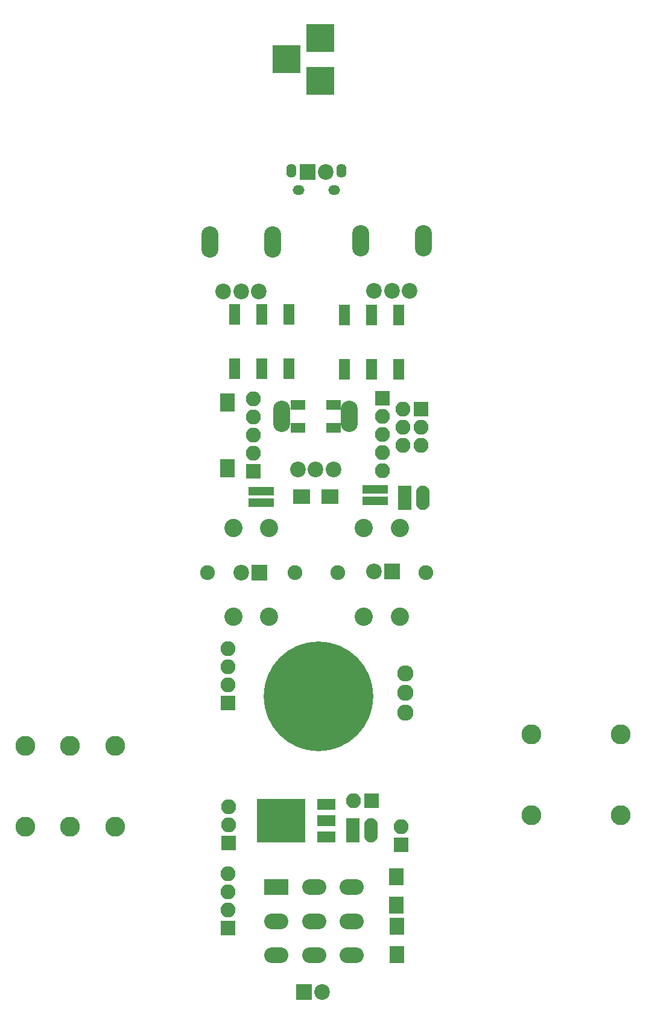
<source format=gbr>
G04 #@! TF.FileFunction,Soldermask,Top*
%FSLAX46Y46*%
G04 Gerber Fmt 4.6, Leading zero omitted, Abs format (unit mm)*
G04 Created by KiCad (PCBNEW 4.0.7-e0-6372~58~ubuntu16.04.1) date Sun Jul 15 17:02:29 2018*
%MOMM*%
%LPD*%
G01*
G04 APERTURE LIST*
%ADD10C,0.100000*%
%ADD11R,2.100000X2.100000*%
%ADD12O,2.100000X2.100000*%
%ADD13R,3.900000X3.900000*%
%ADD14C,2.797760*%
%ADD15C,15.400000*%
%ADD16C,2.559000*%
%ADD17C,2.076400*%
%ADD18R,3.600000X1.200000*%
%ADD19R,2.200000X2.200000*%
%ADD20C,2.200000*%
%ADD21R,2.000000X2.580000*%
%ADD22R,2.600000X1.600000*%
%ADD23R,6.800000X6.200000*%
%ADD24O,1.650000X1.350000*%
%ADD25O,1.400000X1.950000*%
%ADD26R,2.100000X2.400000*%
%ADD27R,1.598880X2.899360*%
%ADD28R,3.400000X2.200000*%
%ADD29O,3.400000X2.200000*%
%ADD30R,1.910000X3.410000*%
%ADD31O,1.910000X3.410000*%
%ADD32C,2.279600*%
%ADD33O,2.400000X4.400000*%
%ADD34R,2.000000X1.400000*%
%ADD35R,2.400000X2.100000*%
G04 APERTURE END LIST*
D10*
D11*
X84074000Y-136093200D03*
D12*
X84074000Y-133553200D03*
D13*
X72682100Y-28936200D03*
X72682100Y-22936200D03*
X67982100Y-25936200D03*
D14*
X114927380Y-120672860D03*
X114927380Y-131970780D03*
X102326440Y-120672860D03*
X102326440Y-131970780D03*
X37625020Y-133581140D03*
X37625020Y-122283220D03*
X31325820Y-133581140D03*
X31325820Y-122283220D03*
X43926760Y-133581140D03*
X43926760Y-122283220D03*
D11*
X79921100Y-129933700D03*
D12*
X77381100Y-129933700D03*
D11*
X86895000Y-75035700D03*
D12*
X84355000Y-75035700D03*
X86895000Y-77575700D03*
X84355000Y-77575700D03*
X86895000Y-80115700D03*
X84355000Y-80115700D03*
D15*
X72445000Y-115285700D03*
D11*
X59778900Y-147828000D03*
D12*
X59778900Y-145288000D03*
X59778900Y-142748000D03*
X59778900Y-140208000D03*
D11*
X59778900Y-116248000D03*
D12*
X59778900Y-113708000D03*
X59778900Y-111168000D03*
X59778900Y-108628000D03*
D16*
X60492640Y-104165400D03*
X60492640Y-91668600D03*
X65491360Y-104165400D03*
X65491360Y-91668600D03*
D17*
X56852820Y-97932240D03*
X69184520Y-97932240D03*
D16*
X78860640Y-104165400D03*
X78860640Y-91668600D03*
X83859360Y-104165400D03*
X83859360Y-91668600D03*
D17*
X75220820Y-97932240D03*
X87552520Y-97932240D03*
D18*
X64414400Y-86550700D03*
X64414400Y-88150700D03*
D19*
X64135000Y-97929700D03*
D20*
X61595000Y-97929700D03*
D19*
X82804000Y-97802700D03*
D20*
X80264000Y-97802700D03*
D21*
X59695000Y-74085700D03*
X59695000Y-83265700D03*
D19*
X70904100Y-41719500D03*
D20*
X73444100Y-41719500D03*
D22*
X73545700Y-135013700D03*
X73545700Y-132733700D03*
X73545700Y-130453700D03*
D23*
X67245700Y-132733700D03*
D24*
X69685000Y-44255700D03*
X74685000Y-44255700D03*
D25*
X68685000Y-41555700D03*
X75685000Y-41555700D03*
D26*
X83426300Y-140627600D03*
X83426300Y-144627600D03*
X83489800Y-151549100D03*
X83489800Y-147549100D03*
D11*
X81455000Y-73455700D03*
D12*
X81455000Y-75995700D03*
X81455000Y-78535700D03*
X81455000Y-81075700D03*
X81455000Y-83615700D03*
D11*
X63295000Y-83685700D03*
D12*
X63295000Y-81145700D03*
X63295000Y-78605700D03*
X63295000Y-76065700D03*
X63295000Y-73525700D03*
D19*
X70408800Y-156756100D03*
D20*
X72948800Y-156756100D03*
D27*
X60706000Y-61688700D03*
X64516000Y-61688700D03*
X68326000Y-61688700D03*
X64516000Y-69308700D03*
X60706000Y-69308700D03*
X68326000Y-69308700D03*
X83693000Y-69435700D03*
X79883000Y-69435700D03*
X76073000Y-69435700D03*
X79883000Y-61815700D03*
X83693000Y-61815700D03*
X76073000Y-61815700D03*
D28*
X66566560Y-142049580D03*
D29*
X66566560Y-146847640D03*
X66566560Y-151645700D03*
X71865000Y-142049580D03*
X71865000Y-146847640D03*
X71865000Y-151645700D03*
X77163440Y-142049580D03*
X77163440Y-146847640D03*
X77163440Y-151645700D03*
D11*
X59867800Y-135890000D03*
D12*
X59867800Y-133350000D03*
X59867800Y-130810000D03*
D30*
X77266800Y-134124700D03*
D31*
X79806800Y-134124700D03*
D30*
X84543900Y-87414100D03*
D31*
X87083900Y-87414100D03*
D18*
X80467200Y-86296500D03*
X80467200Y-87896500D03*
D32*
X84683600Y-112115600D03*
X84683600Y-114833400D03*
X84683600Y-117551200D03*
D20*
X80276700Y-58369200D03*
X82776700Y-58369200D03*
X85276700Y-58369200D03*
D33*
X78376700Y-51369200D03*
X87176700Y-51369200D03*
D20*
X69572300Y-83496800D03*
X72072300Y-83496800D03*
X74572300Y-83496800D03*
D33*
X67322300Y-75996800D03*
X76822300Y-75996800D03*
D20*
X59109600Y-58521600D03*
X61609600Y-58521600D03*
X64109600Y-58521600D03*
D33*
X57209600Y-51521600D03*
X66009600Y-51521600D03*
D34*
X74587100Y-77609700D03*
X74587100Y-74409700D03*
X69587100Y-77609700D03*
X69587100Y-74409700D03*
D35*
X70066400Y-87312500D03*
X74066400Y-87312500D03*
M02*

</source>
